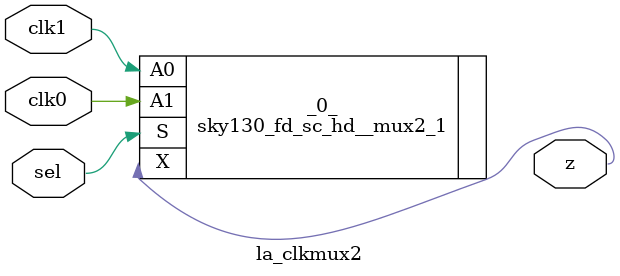
<source format=v>

module la_clkmux2(clk0, clk1, sel, z);
  input clk0;
  input clk1;
  input sel;
  output z;
  sky130_fd_sc_hd__mux2_1 _0_ (
    .A0(clk1),
    .A1(clk0),
    .S(sel),
    .X(z)
  );
endmodule

</source>
